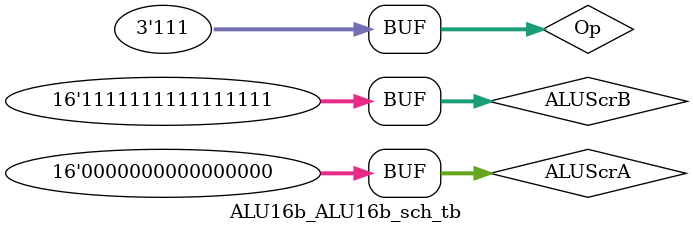
<source format=v>

`timescale 1ns / 1ps

module ALU16b_ALU16b_sch_tb();

// Inputs
   reg [15:0] ALUScrA;
   reg [15:0] ALUScrB;
   reg [2:0] Op;

// Output
   wire [15:0] O;

// Bidirs

// Instantiate the UUT
   ALU16b UUT (
		.ALUScrA(ALUScrA), 
		.ALUScrB(ALUScrB), 
		.Op(Op), 
		.O(O)
   );
// Initialize Inputs
   `ifdef auto_init
       initial begin
		ALUScrA = 0;
		ALUScrB = 0;
		Op = 0;
   `endif
	always
	begin
	
	
	
	//And Tests
	#100
	ALUScrB = 16'sh0000;
	ALUScrA = 16'shFFFF;
	Op = 000;
	if(O == 16'sh0000)
		$display("anding 0000+FFFF works");
	else
		$display("anding 0000+FFFF fails");
	
	
	#100
	ALUScrB = 16'sh8888;
	ALUScrA = 16'shFFFF;
	Op = 000;
	if(O == 16'sh8888)
		$display("anding 8888+FFFF works");
	else
		$display("anding 8888+FFFF fails");
	
	
	//Or Tests
	#100
	ALUScrB = 16'sh0000;
	ALUScrA = 16'shFFFF;
	Op = 010;
	if(O == 16'shFFFF)
		$display("oring 0000+FFFF works");
	else
		$display("oring 0000+FFFF fails");
	
	
	#100
	ALUScrB = 16'sh1111;
	ALUScrA = 16'shEEEE;
	Op = 010;
	if(O == 16'shFFFF)
		$display("oring 1111+EEEE works");
	else
		$display("oring 1111+EEEE fails");
	
	
	//Add Tests
	#100
	ALUScrB = 16'sh0001;
	ALUScrA = 16'sh0001;
	Op = 100;
	if(O == 16'sh0002)
		$display("adding 0001+0001 works");
	else
		$display("adding 0001+0001 fails");
	
	
	#100
	ALUScrB = 16'sh0001;
	ALUScrA = 16'shFFFF;
	Op = 100;
	if(O == 16'sh0000)
		$display("adding 0001+FFFF works");
	else
		$display("adding 0001+FFFF fails");
	
	
	//Sub Tests
	#100
	ALUScrB = 16'sh0001;
	ALUScrA = 16'sh0001;
	Op = 101;
	if(O == 16'sh0000)
		$display("subing 0001-0001 works");
	else
		$display("subing 0001-0001 fails");
	
	
	#100
	ALUScrB = 16'sh0001;
	ALUScrA = 16'sh0002;
	Op = 101;
	if(O == 16'shFFFF)
		$display("subing 0001-0002 works");
	else
		$display("subing 0001-0002 fails");
	
	
	//SLT Tests
	#100
	ALUScrB = 16'sh0000;
	ALUScrA = 16'sh0001;
	Op = 111;
	if(O == 16'sh0001)
		$display("slt 0001>0000 works");
	else
		$display("slt 0001>0000 fails");
	
	
	#100
	ALUScrB = 16'shFFFF;
	ALUScrA = 16'sh0000;
	Op = 111;
	if(O == 16'sh0000)
		$display("slt 0000>FFFF works");
	else
		$display("slt 0000>FFFF fails");
	
	end
endmodule

</source>
